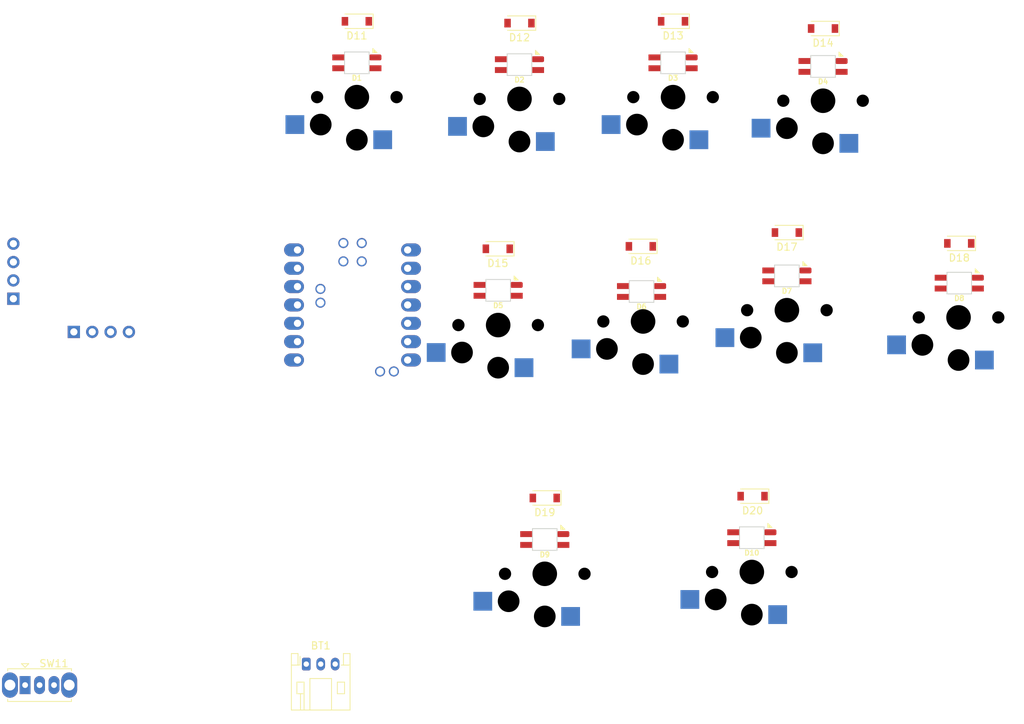
<source format=kicad_pcb>
(kicad_pcb (version 20211014) (generator pcbnew)
  (layers (0 "F.Cu" signal) (31 "B.Cu" signal) (34 "B.Paste" user) (35 "F.Paste" user) (36 "B.SilkS" user "B.Silkscreen") (37 "F.SilkS" user "F.Silkscreen") (38 "B.Mask" user) (39 "F.Mask" user) (44 "Edge.Cuts" user))
  (net 0 "")
  (net 8 "GND")
  (net 9 "+BATT")
  (net 10 "Net-(D2-Pad3)")
  (net 11 "+5V")
  (net 12 "Net-(D3-Pad3)")
  (net 13 "Net-(D4-Pad3)")
  (net 14 "Net-(D5-Pad3)")
  (net 15 "Net-(D5-Pad1)")
  (net 16 "Net-(D6-Pad1)")
  (net 17 "Net-(D8-Pad3)")
  (net 18 "Net-(D9-Pad3)")
  (net 19 "Net-(D10-Pad3)")
  (net 20 "+3V3")
  (net 21 "/B+")
  (net 22 "/LED_IN")
  (net 23 "/LED_OUT")
  (net 24 "R1")
  (net 25 "Net-(SW1-Pad1)")
  (net 26 "Net-(D12-Pad2)")
  (net 27 "Net-(D13-Pad2)")
  (net 28 "Net-(SW4-Pad1)")
  (net 29 "R2")
  (net 30 "Net-(D15-Pad2)")
  (net 31 "Net-(D16-Pad2)")
  (net 32 "Net-(D17-Pad2)")
  (net 33 "Net-(D18-Pad2)")
  (net 34 "R3")
  (net 35 "Net-(D19-Pad2)")
  (net 36 "Net-(D20-Pad2)")
  (net 37 "/SCL")
  (net 38 "/SDA")
  (net 39 "C1")
  (net 40 "C2")
  (net 41 "C3")
  (net 42 "C4")
  (footprint "Button_Switch_THT:SW_Slide_1P2T_CK_OS102011MS2Q" (layer "F.Cu") (at 78.85 117.655)
    (fp_text reference "SW11" (at 3.99 -2.99) (layer "F.SilkS"))
    (fp_text value "SW_SPDT")
    (fp_line (start 6.41 2.26) (end -2.41 2.26) (layer "F.SilkS") (width 0.12))
    (fp_line (start -2.41 -1.95) (end -2.41 -2.26) (layer "F.SilkS") (width 0.12))
    (fp_line (start 0 -2.46) (end 0.5 -2.96) (layer "F.SilkS") (width 0.12))
    (fp_line (start -2.41 -2.26) (end 6.41 -2.26) (layer "F.SilkS") (width 0.12))
    (fp_line (start -0.5 -2.96) (end 0 -2.46) (layer "F.SilkS") (width 0.12))
    (fp_line (start 0.5 -2.96) (end -0.5 -2.96) (layer "F.SilkS") (width 0.12))
    (fp_line (start 6.41 2.26) (end 6.41 1.95) (layer "F.SilkS") (width 0.12))
    (fp_line (start 6.41 -2.26) (end 6.41 -1.95) (layer "F.SilkS") (width 0.12))
    (fp_line (start -2.41 2.26) (end -2.41 1.95) (layer "F.SilkS") (width 0.12))
    (pad "" thru_hole oval (at -2.1 0) (size 2.2 3.5) (drill 1.5) (layers *.Cu *.Mask))
    (pad "" thru_hole oval (at 6.1 0) (size 2.2 3.5) (drill 1.5) (layers *.Cu *.Mask))
    (pad "1" thru_hole rect (at 0 0) (size 1.5 2.5) (drill 0.8) (layers *.Cu *.Mask))
    (pad "2" thru_hole oval (at 2 0) (size 1.5 2.5) (drill 0.8) (layers *.Cu *.Mask) (net 21 "/B+"))
    (pad "3" thru_hole oval (at 4 0) (size 1.5 2.5) (drill 0.8) (layers *.Cu *.Mask) (net 9 "+BATT"))
  )
  (footprint "mcu:xiao-ble-tht" (layer "F.Cu") (at 124.155 65.024813)
    (fp_text reference "U1" hide)
    (fp_text value "xiao-ble" hide)
    (pad "1" thru_hole oval (at -7.62 -7.62) (size 2.75 1.8) (drill 1 (offset -0.475 0)) (layers *.Cu *.Mask) (net 39 "C1"))
    (pad "2" thru_hole oval (at -7.62 -5.08) (size 2.75 1.8) (drill 1 (offset -0.475 0)) (layers *.Cu *.Mask) (net 40 "C2"))
    (pad "3" thru_hole oval (at -7.62 -2.54) (size 2.75 1.8) (drill 1 (offset -0.475 0)) (layers *.Cu *.Mask) (net 41 "C3"))
    (pad "4" thru_hole oval (at -7.62 0) (size 2.75 1.8) (drill 1 (offset -0.475 0)) (layers *.Cu *.Mask) (net 42 "C4"))
    (pad "5" thru_hole oval (at -7.62 2.54) (size 2.75 1.8) (drill 1 (offset -0.475 0)) (layers *.Cu *.Mask) (net 38 "/SDA"))
    (pad "6" thru_hole oval (at -7.62 5.08) (size 2.75 1.8) (drill 1 (offset -0.475 0)) (layers *.Cu *.Mask) (net 37 "/SCL"))
    (pad "7" thru_hole oval (at -7.62 7.62) (size 2.75 1.8) (drill 1 (offset -0.475 0)) (layers *.Cu *.Mask) (net 22 "/LED_IN"))
    (pad "8" thru_hole oval (at 7.62 7.62 180) (size 2.75 1.8) (drill 1 (offset -0.475 0)) (layers *.Cu *.Mask) (net 24 "R1"))
    (pad "9" thru_hole oval (at 7.62 5.08 180) (size 2.75 1.8) (drill 1 (offset -0.475 0)) (layers *.Cu *.Mask) (net 29 "R2"))
    (pad "10" thru_hole oval (at 7.62 2.54 180) (size 2.75 1.8) (drill 1 (offset -0.475 0)) (layers *.Cu *.Mask) (net 34 "R3"))
    (pad "11" thru_hole oval (at 7.62 0 180) (size 2.75 1.8) (drill 1 (offset -0.475 0)) (layers *.Cu *.Mask))
    (pad "12" thru_hole oval (at 7.62 -2.54 180) (size 2.75 1.8) (drill 1 (offset -0.475 0)) (layers *.Cu *.Mask) (net 20 "+3V3"))
    (pad "13" thru_hole oval (at 7.62 -5.08 180) (size 2.75 1.8) (drill 1 (offset -0.475 0)) (layers *.Cu *.Mask) (net 8 "GND"))
    (pad "14" thru_hole oval (at 7.62 -7.62 180) (size 2.75 1.8) (drill 1 (offset -0.475 0)) (layers *.Cu *.Mask) (net 11 "+5V"))
    (pad "15" thru_hole circle (at -1.27 -8.572 90) (size 1.397 1.397) (drill 1.016) (layers *.Cu *.Mask))
    (pad "16" thru_hole circle (at 1.27 -8.572 90) (size 1.397 1.397) (drill 1.016) (layers *.Cu *.Mask))
    (pad "17" thru_hole circle (at -1.27 -6.032 90) (size 1.397 1.397) (drill 1.016) (layers *.Cu *.Mask))
    (pad "18" thru_hole circle (at 1.27 -6.032 90) (size 1.397 1.397) (drill 1.016) (layers *.Cu *.Mask) (net 8 "GND"))
    (pad "19" thru_hole circle (at -4.445 -0.317 180) (size 1.397 1.397) (drill 1.016) (layers *.Cu *.Mask) (net 9 "+BATT"))
    (pad "20" thru_hole circle (at -4.445 -2.222 180) (size 1.397 1.397) (drill 1.016) (layers *.Cu *.Mask) (net 8 "GND"))
    (pad "21" thru_hole circle (at 3.81 9.208 180) (size 1.397 1.397) (drill 1.016) (layers *.Cu *.Mask))
    (pad "22" thru_hole circle (at 5.715 9.208 180) (size 1.397 1.397) (drill 1.016) (layers *.Cu *.Mask))
  )
  (footprint "Keebio-Parts:SK6812-MINI-E" (layer "F.Cu") (at 184.25 61)
    (fp_text reference "D7" (at 0 2.1 unlocked) (layer "F.SilkS") (effects (font (size 0.7 0.7))))
    (fp_text value "SK6812MINI" hide)
    (fp_poly (pts (xy 2.8 -1.4) (xy 2.2 -1.4) (xy 2.2 -2)) (layer "F.SilkS") (width 0.1) (fill solid))
    (fp_line (start 1.7 1.5) (end -1.7 1.5) (layer "Edge.Cuts") (width 0.12))
    (fp_line (start -1.7 1.5) (end -1.7 -1.5) (layer "Edge.Cuts") (width 0.12))
    (fp_line (start -1.7 -1.5) (end 1.7 -1.5) (layer "Edge.Cuts") (width 0.12))
    (fp_line (start 1.7 -1.5) (end 1.7 1.5) (layer "Edge.Cuts") (width 0.12))
    (pad "1" smd rect locked (at -2.55 0.75) (size 1.7 0.82) (layers "F.Cu" "F.Paste" "F.Mask") (net 17 "Net-(D8-Pad3)"))
    (pad "2" smd rect locked (at -2.55 -0.75) (size 1.7 0.82) (layers "F.Cu" "F.Paste" "F.Mask") (net 8 "GND"))
    (pad "3" smd roundrect locked (at 2.55 -0.75) (size 1.7 0.82) (layers "F.Cu" "F.Paste" "F.Mask") (net 16 "Net-(D6-Pad1)"))
    (pad "4" smd rect locked (at 2.55 0.75) (size 1.7 0.82) (layers "F.Cu" "F.Paste" "F.Mask") (net 11 "+5V"))
  )
  (footprint "Diode_SMD:D_SOD-123" (layer "F.Cu") (at 144.25 57.25 180)
    (fp_text reference "D15" (at 0 -2) (layer "F.SilkS"))
    (fp_text value "1N4148W")
    (fp_line (start -2.25 -1) (end 1.65 -1) (layer "F.SilkS") (width 0.12))
    (fp_line (start -2.25 1) (end 1.65 1) (layer "F.SilkS") (width 0.12))
    (fp_line (start -2.25 -1) (end -2.25 1) (layer "F.SilkS") (width 0.12))
    (pad "1" smd rect (at -1.65 0 180) (size 0.9 1.2) (layers "F.Cu" "F.Paste" "F.Mask") (net 29 "R2"))
    (pad "2" smd rect (at 1.65 0 180) (size 0.9 1.2) (layers "F.Cu" "F.Paste" "F.Mask") (net 30 "Net-(D15-Pad2)"))
  )
  (footprint "pg1350:pg1350-H" (layer "F.Cu") (at 164.35 67.31 180)
    (fp_text reference "SW6" hide)
    (fp_text value "SW_Push")
    (pad "" np_thru_hole circle locked (at 0 -5.9 180) (size 3 3) (drill 3) (layers *.Mask))
    (pad "" np_thru_hole circle locked (at 0 0 180) (size 3.4 3.4) (drill 3.4) (layers *.Mask))
    (pad "" np_thru_hole circle locked (at 5.5 0 180) (size 1.7 1.7) (drill 1.7) (layers *.Mask))
    (pad "" np_thru_hole circle locked (at 5 -3.8 180) (size 3 3) (drill 3) (layers *.Mask))
    (pad "" np_thru_hole circle locked (at -5.5 0 180) (size 1.7 1.7) (drill 1.7) (layers *.Mask))
    (pad "1" smd rect locked (at -3.575 -5.9 180) (size 2.6 2.6) (layers "B.Cu" "B.Mask") (net 31 "Net-(D16-Pad2)"))
    (pad "2" smd rect locked (at 8.575 -3.8 180) (size 2.6 2.6) (layers "B.Cu" "B.Mask") (net 40 "C2"))
  )
  (footprint "Keebio-Parts:SK6812-MINI-E" (layer "F.Cu") (at 189.25 32)
    (fp_text reference "D4" (at 0 2.1 unlocked) (layer "F.SilkS") (effects (font (size 0.7 0.7))))
    (fp_text value "SK6812MINI" hide)
    (fp_poly (pts (xy 2.8 -1.4) (xy 2.2 -1.4) (xy 2.2 -2)) (layer "F.SilkS") (width 0.1) (fill solid))
    (fp_line (start 1.7 -1.5) (end 1.7 1.5) (layer "Edge.Cuts") (width 0.12))
    (fp_line (start -1.7 1.5) (end -1.7 -1.5) (layer "Edge.Cuts") (width 0.12))
    (fp_line (start -1.7 -1.5) (end 1.7 -1.5) (layer "Edge.Cuts") (width 0.12))
    (fp_line (start 1.7 1.5) (end -1.7 1.5) (layer "Edge.Cuts") (width 0.12))
    (pad "1" smd rect locked (at -2.55 0.75) (size 1.7 0.82) (layers "F.Cu" "F.Paste" "F.Mask") (net 14 "Net-(D5-Pad3)"))
    (pad "2" smd rect locked (at -2.55 -0.75) (size 1.7 0.82) (layers "F.Cu" "F.Paste" "F.Mask") (net 8 "GND"))
    (pad "3" smd roundrect locked (at 2.55 -0.75) (size 1.7 0.82) (layers "F.Cu" "F.Paste" "F.Mask") (net 13 "Net-(D4-Pad3)"))
    (pad "4" smd rect locked (at 2.55 0.75) (size 1.7 0.82) (layers "F.Cu" "F.Paste" "F.Mask") (net 11 "+5V"))
  )
  (footprint "Keebio-Parts:SK6812-MINI-E" (layer "F.Cu") (at 179.4 97.25)
    (fp_text reference "D10" (at 0 2.1 unlocked) (layer "F.SilkS") (effects (font (size 0.7 0.7))))
    (fp_text value "SK6812MINI" hide)
    (fp_poly (pts (xy 2.8 -1.4) (xy 2.2 -1.4) (xy 2.2 -2)) (layer "F.SilkS") (width 0.1) (fill solid))
    (fp_line (start -1.7 -1.5) (end 1.7 -1.5) (layer "Edge.Cuts") (width 0.12))
    (fp_line (start -1.7 1.5) (end -1.7 -1.5) (layer "Edge.Cuts") (width 0.12))
    (fp_line (start 1.7 -1.5) (end 1.7 1.5) (layer "Edge.Cuts") (width 0.12))
    (fp_line (start 1.7 1.5) (end -1.7 1.5) (layer "Edge.Cuts") (width 0.12))
    (pad "1" smd rect locked (at -2.55 0.75) (size 1.7 0.82) (layers "F.Cu" "F.Paste" "F.Mask") (net 23 "/LED_OUT"))
    (pad "2" smd rect locked (at -2.55 -0.75) (size 1.7 0.82) (layers "F.Cu" "F.Paste" "F.Mask") (net 8 "GND"))
    (pad "3" smd roundrect locked (at 2.55 -0.75) (size 1.7 0.82) (layers "F.Cu" "F.Paste" "F.Mask") (net 19 "Net-(D10-Pad3)"))
    (pad "4" smd rect locked (at 2.55 0.75) (size 1.7 0.82) (layers "F.Cu" "F.Paste" "F.Mask") (net 11 "+5V"))
  )
  (footprint "Diode_SMD:D_SOD-123" (layer "F.Cu") (at 208.1 56.5 180)
    (fp_text reference "D18" (at 0 -2) (layer "F.SilkS"))
    (fp_text value "1N4148W")
    (fp_line (start -2.25 1) (end 1.65 1) (layer "F.SilkS") (width 0.12))
    (fp_line (start -2.25 -1) (end 1.65 -1) (layer "F.SilkS") (width 0.12))
    (fp_line (start -2.25 -1) (end -2.25 1) (layer "F.SilkS") (width 0.12))
    (pad "1" smd rect (at -1.65 0 180) (size 0.9 1.2) (layers "F.Cu" "F.Paste" "F.Mask") (net 29 "R2"))
    (pad "2" smd rect (at 1.65 0 180) (size 0.9 1.2) (layers "F.Cu" "F.Paste" "F.Mask") (net 33 "Net-(D18-Pad2)"))
  )
  (footprint "pg1350:pg1350-H" (layer "F.Cu") (at 124.75 36.25 180)
    (fp_text reference "SW1" hide)
    (fp_text value "SW_Push")
    (pad "" np_thru_hole circle locked (at 0 -5.9 180) (size 3 3) (drill 3) (layers *.Mask))
    (pad "" np_thru_hole circle locked (at 5.5 0 180) (size 1.7 1.7) (drill 1.7) (layers *.Mask))
    (pad "" np_thru_hole circle locked (at 5 -3.8 180) (size 3 3) (drill 3) (layers *.Mask))
    (pad "" np_thru_hole circle locked (at 0 0 180) (size 3.4 3.4) (drill 3.4) (layers *.Mask))
    (pad "" np_thru_hole circle locked (at -5.5 0 180) (size 1.7 1.7) (drill 1.7) (layers *.Mask))
    (pad "1" smd rect locked (at -3.575 -5.9 180) (size 2.6 2.6) (layers "B.Cu" "B.Mask") (net 25 "Net-(SW1-Pad1)"))
    (pad "2" smd rect locked (at 8.575 -3.8 180) (size 2.6 2.6) (layers "B.Cu" "B.Mask") (net 39 "C1"))
  )
  (footprint "Diode_SMD:D_SOD-123" (layer "F.Cu") (at 168.5 25.75 180)
    (fp_text reference "D13" (at 0 -2) (layer "F.SilkS"))
    (fp_text value "1N4148W")
    (fp_line (start -2.25 -1) (end 1.65 -1) (layer "F.SilkS") (width 0.12))
    (fp_line (start -2.25 -1) (end -2.25 1) (layer "F.SilkS") (width 0.12))
    (fp_line (start -2.25 1) (end 1.65 1) (layer "F.SilkS") (width 0.12))
    (pad "1" smd rect (at -1.65 0 180) (size 0.9 1.2) (layers "F.Cu" "F.Paste" "F.Mask") (net 24 "R1"))
    (pad "2" smd rect (at 1.65 0 180) (size 0.9 1.2) (layers "F.Cu" "F.Paste" "F.Mask") (net 27 "Net-(D13-Pad2)"))
  )
  (footprint "Keebio-Parts:SK6812-MINI-E" (layer "F.Cu") (at 150.75 97.5)
    (fp_text reference "D9" (at 0 2.1 unlocked) (layer "F.SilkS") (effects (font (size 0.7 0.7))))
    (fp_text value "SK6812MINI" hide)
    (fp_poly (pts (xy 2.8 -1.4) (xy 2.2 -1.4) (xy 2.2 -2)) (layer "F.SilkS") (width 0.1) (fill solid))
    (fp_line (start -1.7 -1.5) (end 1.7 -1.5) (layer "Edge.Cuts") (width 0.12))
    (fp_line (start 1.7 -1.5) (end 1.7 1.5) (layer "Edge.Cuts") (width 0.12))
    (fp_line (start -1.7 1.5) (end -1.7 -1.5) (layer "Edge.Cuts") (width 0.12))
    (fp_line (start 1.7 1.5) (end -1.7 1.5) (layer "Edge.Cuts") (width 0.12))
    (pad "1" smd rect locked (at -2.55 0.75) (size 1.7 0.82) (layers "F.Cu" "F.Paste" "F.Mask") (net 19 "Net-(D10-Pad3)"))
    (pad "2" smd rect locked (at -2.55 -0.75) (size 1.7 0.82) (layers "F.Cu" "F.Paste" "F.Mask") (net 8 "GND"))
    (pad "3" smd roundrect locked (at 2.55 -0.75) (size 1.7 0.82) (layers "F.Cu" "F.Paste" "F.Mask") (net 18 "Net-(D9-Pad3)"))
    (pad "4" smd rect locked (at 2.55 0.75) (size 1.7 0.82) (layers "F.Cu" "F.Paste" "F.Mask") (net 11 "+5V"))
  )
  (footprint "Diode_SMD:D_SOD-123" (layer "F.Cu") (at 147.25 26 180)
    (fp_text reference "D12" (at 0 -2) (layer "F.SilkS"))
    (fp_text value "1N4148W")
    (fp_line (start -2.25 -1) (end 1.65 -1) (layer "F.SilkS") (width 0.12))
    (fp_line (start -2.25 -1) (end -2.25 1) (layer "F.SilkS") (width 0.12))
    (fp_line (start -2.25 1) (end 1.65 1) (layer "F.SilkS") (width 0.12))
    (pad "1" smd rect (at -1.65 0 180) (size 0.9 1.2) (layers "F.Cu" "F.Paste" "F.Mask") (net 24 "R1"))
    (pad "2" smd rect (at 1.65 0 180) (size 0.9 1.2) (layers "F.Cu" "F.Paste" "F.Mask") (net 26 "Net-(D12-Pad2)"))
  )
  (footprint "pg1350:pg1350-H" (layer "F.Cu") (at 189.25 36.75 180)
    (fp_text reference "SW4" hide)
    (fp_text value "SW_Push")
    (pad "" np_thru_hole circle locked (at 5.5 0 180) (size 1.7 1.7) (drill 1.7) (layers *.Mask))
    (pad "" np_thru_hole circle locked (at 0 -5.9 180) (size 3 3) (drill 3) (layers *.Mask))
    (pad "" np_thru_hole circle locked (at 5 -3.8 180) (size 3 3) (drill 3) (layers *.Mask))
    (pad "" np_thru_hole circle locked (at 0 0 180) (size 3.4 3.4) (drill 3.4) (layers *.Mask))
    (pad "" np_thru_hole circle locked (at -5.5 0 180) (size 1.7 1.7) (drill 1.7) (layers *.Mask))
    (pad "1" smd rect locked (at -3.575 -5.9 180) (size 2.6 2.6) (layers "B.Cu" "B.Mask") (net 28 "Net-(SW4-Pad1)"))
    (pad "2" smd rect locked (at 8.575 -3.8 180) (size 2.6 2.6) (layers "B.Cu" "B.Mask") (net 42 "C4"))
  )
  (footprint "Diode_SMD:D_SOD-123" (layer "F.Cu") (at 189.25 26.75 180)
    (fp_text reference "D14" (at 0 -2) (layer "F.SilkS"))
    (fp_text value "1N4148W")
    (fp_line (start -2.25 -1) (end -2.25 1) (layer "F.SilkS") (width 0.12))
    (fp_line (start -2.25 1) (end 1.65 1) (layer "F.SilkS") (width 0.12))
    (fp_line (start -2.25 -1) (end 1.65 -1) (layer "F.SilkS") (width 0.12))
    (pad "1" smd rect (at -1.65 0 180) (size 0.9 1.2) (layers "F.Cu" "F.Paste" "F.Mask") (net 24 "R1"))
    (pad "2" smd rect (at 1.65 0 180) (size 0.9 1.2) (layers "F.Cu" "F.Paste" "F.Mask") (net 28 "Net-(SW4-Pad1)"))
  )
  (footprint "pg1350:pg1350-H" (layer "F.Cu") (at 179.4 102 180)
    (fp_text reference "SW10" hide)
    (fp_text value "SW_Push")
    (pad "" np_thru_hole circle locked (at -5.5 0 180) (size 1.7 1.7) (drill 1.7) (layers *.Mask))
    (pad "" np_thru_hole circle locked (at 5.5 0 180) (size 1.7 1.7) (drill 1.7) (layers *.Mask))
    (pad "" np_thru_hole circle locked (at 0 -5.9 180) (size 3 3) (drill 3) (layers *.Mask))
    (pad "" np_thru_hole circle locked (at 5 -3.8 180) (size 3 3) (drill 3) (layers *.Mask))
    (pad "" np_thru_hole circle locked (at 0 0 180) (size 3.4 3.4) (drill 3.4) (layers *.Mask))
    (pad "1" smd rect locked (at -3.575 -5.9 180) (size 2.6 2.6) (layers "B.Cu" "B.Mask") (net 36 "Net-(D20-Pad2)"))
    (pad "2" smd rect locked (at 8.575 -3.8 180) (size 2.6 2.6) (layers "B.Cu" "B.Mask") (net 40 "C2"))
  )
  (footprint "Keebio-Parts:SK6812-MINI-E" (layer "F.Cu") (at 164.14 63.16)
    (fp_text reference "D6" (at 0 2.1 unlocked) (layer "F.SilkS") (effects (font (size 0.7 0.7))))
    (fp_text value "SK6812MINI" hide)
    (fp_poly (pts (xy 2.8 -1.4) (xy 2.2 -1.4) (xy 2.2 -2)) (layer "F.SilkS") (width 0.1) (fill solid))
    (fp_line (start -1.7 1.5) (end -1.7 -1.5) (layer "Edge.Cuts") (width 0.12))
    (fp_line (start 1.7 -1.5) (end 1.7 1.5) (layer "Edge.Cuts") (width 0.12))
    (fp_line (start -1.7 -1.5) (end 1.7 -1.5) (layer "Edge.Cuts") (width 0.12))
    (fp_line (start 1.7 1.5) (end -1.7 1.5) (layer "Edge.Cuts") (width 0.12))
    (pad "1" smd rect locked (at -2.55 0.75) (size 1.7 0.82) (layers "F.Cu" "F.Paste" "F.Mask") (net 16 "Net-(D6-Pad1)"))
    (pad "2" smd rect locked (at -2.55 -0.75) (size 1.7 0.82) (layers "F.Cu" "F.Paste" "F.Mask") (net 8 "GND"))
    (pad "3" smd roundrect locked (at 2.55 -0.75) (size 1.7 0.82) (layers "F.Cu" "F.Paste" "F.Mask") (net 15 "Net-(D5-Pad1)"))
    (pad "4" smd rect locked (at 2.55 0.75) (size 1.7 0.82) (layers "F.Cu" "F.Paste" "F.Mask") (net 11 "+5V"))
  )
  (footprint "Keebio-Parts:SK6812-MINI-E" (layer "F.Cu") (at 147.25 31.75)
    (fp_text reference "D2" (at 0 2.1 unlocked) (layer "F.SilkS") (effects (font (size 0.7 0.7))))
    (fp_text value "SK6812MINI" hide)
    (fp_poly (pts (xy 2.8 -1.4) (xy 2.2 -1.4) (xy 2.2 -2)) (layer "F.SilkS") (width 0.1) (fill solid))
    (fp_line (start -1.7 -1.5) (end 1.7 -1.5) (layer "Edge.Cuts") (width 0.12))
    (fp_line (start 1.7 1.5) (end -1.7 1.5) (layer "Edge.Cuts") (width 0.12))
    (fp_line (start 1.7 -1.5) (end 1.7 1.5) (layer "Edge.Cuts") (width 0.12))
    (fp_line (start -1.7 1.5) (end -1.7 -1.5) (layer "Edge.Cuts") (width 0.12))
    (pad "1" smd rect locked (at -2.55 0.75) (size 1.7 0.82) (layers "F.Cu" "F.Paste" "F.Mask") (net 12 "Net-(D3-Pad3)"))
    (pad "2" smd rect locked (at -2.55 -0.75) (size 1.7 0.82) (layers "F.Cu" "F.Paste" "F.Mask") (net 8 "GND"))
    (pad "3" smd roundrect locked (at 2.55 -0.75) (size 1.7 0.82) (layers "F.Cu" "F.Paste" "F.Mask") (net 10 "Net-(D2-Pad3)"))
    (pad "4" smd rect locked (at 2.55 0.75) (size 1.7 0.82) (layers "F.Cu" "F.Paste" "F.Mask") (net 11 "+5V"))
  )
  (footprint "Diode_SMD:D_SOD-123" (layer "F.Cu") (at 124.75 25.75 180)
    (fp_text reference "D11" (at 0 -2) (layer "F.SilkS"))
    (fp_text value "1N4148W")
    (fp_line (start -2.25 -1) (end 1.65 -1) (layer "F.SilkS") (width 0.12))
    (fp_line (start -2.25 1) (end 1.65 1) (layer "F.SilkS") (width 0.12))
    (fp_line (start -2.25 -1) (end -2.25 1) (layer "F.SilkS") (width 0.12))
    (pad "1" smd rect (at -1.65 0 180) (size 0.9 1.2) (layers "F.Cu" "F.Paste" "F.Mask") (net 24 "R1"))
    (pad "2" smd rect (at 1.65 0 180) (size 0.9 1.2) (layers "F.Cu" "F.Paste" "F.Mask") (net 25 "Net-(SW1-Pad1)"))
  )
  (footprint "Diode_SMD:D_SOD-123" (layer "F.Cu") (at 179.5 91.5 180)
    (fp_text reference "D20" (at 0 -2) (layer "F.SilkS"))
    (fp_text value "1N4148W")
    (fp_line (start -2.25 1) (end 1.65 1) (layer "F.SilkS") (width 0.12))
    (fp_line (start -2.25 -1) (end -2.25 1) (layer "F.SilkS") (width 0.12))
    (fp_line (start -2.25 -1) (end 1.65 -1) (layer "F.SilkS") (width 0.12))
    (pad "1" smd rect (at -1.65 0 180) (size 0.9 1.2) (layers "F.Cu" "F.Paste" "F.Mask") (net 34 "R3"))
    (pad "2" smd rect (at 1.65 0 180) (size 0.9 1.2) (layers "F.Cu" "F.Paste" "F.Mask") (net 36 "Net-(D20-Pad2)"))
  )
  (footprint "pg1350:pg1350-H" (layer "F.Cu") (at 168.5 36.25 180)
    (fp_text reference "SW3" hide)
    (fp_text value "SW_Push")
    (pad "" np_thru_hole circle locked (at 0 0 180) (size 3.4 3.4) (drill 3.4) (layers *.Mask))
    (pad "" np_thru_hole circle locked (at 5.5 0 180) (size 1.7 1.7) (drill 1.7) (layers *.Mask))
    (pad "" np_thru_hole circle locked (at 5 -3.8 180) (size 3 3) (drill 3) (layers *.Mask))
    (pad "" np_thru_hole circle locked (at -5.5 0 180) (size 1.7 1.7) (drill 1.7) (layers *.Mask))
    (pad "" np_thru_hole circle locked (at 0 -5.9 180) (size 3 3) (drill 3) (layers *.Mask))
    (pad "1" smd rect locked (at -3.575 -5.9 180) (size 2.6 2.6) (layers "B.Cu" "B.Mask") (net 27 "Net-(D13-Pad2)"))
    (pad "2" smd rect locked (at 8.575 -3.8 180) (size 2.6 2.6) (layers "B.Cu" "B.Mask") (net 41 "C3"))
  )
  (footprint "Keebio-Parts:SK6812-MINI-E" (layer "F.Cu") (at 124.75 31.5)
    (fp_text reference "D1" (at 0 2.1 unlocked) (layer "F.SilkS") (effects (font (size 0.7 0.7))))
    (fp_text value "SK6812MINI" hide)
    (fp_poly (pts (xy 2.8 -1.4) (xy 2.2 -1.4) (xy 2.2 -2)) (layer "F.SilkS") (width 0.1) (fill solid))
    (fp_line (start 1.7 1.5) (end -1.7 1.5) (layer "Edge.Cuts") (width 0.12))
    (fp_line (start 1.7 -1.5) (end 1.7 1.5) (layer "Edge.Cuts") (width 0.12))
    (fp_line (start -1.7 -1.5) (end 1.7 -1.5) (layer "Edge.Cuts") (width 0.12))
    (fp_line (start -1.7 1.5) (end -1.7 -1.5) (layer "Edge.Cuts") (width 0.12))
    (pad "1" smd rect locked (at -2.55 0.75) (size 1.7 0.82) (layers "F.Cu" "F.Paste" "F.Mask") (net 10 "Net-(D2-Pad3)"))
    (pad "2" smd rect locked (at -2.55 -0.75) (size 1.7 0.82) (layers "F.Cu" "F.Paste" "F.Mask") (net 8 "GND"))
    (pad "3" smd roundrect locked (at 2.55 -0.75) (size 1.7 0.82) (layers "F.Cu" "F.Paste" "F.Mask") (net 22 "/LED_IN"))
    (pad "4" smd rect locked (at 2.55 0.75) (size 1.7 0.82) (layers "F.Cu" "F.Paste" "F.Mask") (net 11 "+5V"))
  )
  (footprint "pg1350:pg1350-H" (layer "F.Cu") (at 147.25 36.5 180)
    (fp_text reference "SW2" hide)
    (fp_text value "SW_Push")
    (pad "" np_thru_hole circle locked (at 5 -3.8 180) (size 3 3) (drill 3) (layers *.Mask))
    (pad "" np_thru_hole circle locked (at -5.5 0 180) (size 1.7 1.7) (drill 1.7) (layers *.Mask))
    (pad "" np_thru_hole circle locked (at 5.5 0 180) (size 1.7 1.7) (drill 1.7) (layers *.Mask))
    (pad "" np_thru_hole circle locked (at 0 -5.9 180) (size 3 3) (drill 3) (layers *.Mask))
    (pad "" np_thru_hole circle locked (at 0 0 180) (size 3.4 3.4) (drill 3.4) (layers *.Mask))
    (pad "1" smd rect locked (at -3.575 -5.9 180) (size 2.6 2.6) (layers "B.Cu" "B.Mask") (net 26 "Net-(D12-Pad2)"))
    (pad "2" smd rect locked (at 8.575 -3.8 180) (size 2.6 2.6) (layers "B.Cu" "B.Mask") (net 40 "C2"))
  )
  (footprint "Diode_SMD:D_SOD-123" (layer "F.Cu") (at 150.75 91.75 180)
    (fp_text reference "D19" (at 0 -2) (layer "F.SilkS"))
    (fp_text value "1N4148W")
    (fp_line (start -2.25 -1) (end -2.25 1) (layer "F.SilkS") (width 0.12))
    (fp_line (start -2.25 1) (end 1.65 1) (layer "F.SilkS") (width 0.12))
    (fp_line (start -2.25 -1) (end 1.65 -1) (layer "F.SilkS") (width 0.12))
    (pad "1" smd rect (at -1.65 0 180) (size 0.9 1.2) (layers "F.Cu" "F.Paste" "F.Mask") (net 34 "R3"))
    (pad "2" smd rect (at 1.65 0 180) (size 0.9 1.2) (layers "F.Cu" "F.Paste" "F.Mask") (net 35 "Net-(D19-Pad2)"))
  )
  (footprint "display:OLED-128x32-cutout" (layer "F.Cu") (at 75.625 54.365)
    (fp_text reference "J2" hide)
    (fp_text value "OLED-128x32")
    (pad "1" thru_hole rect (at 1.6 9.8 180) (size 1.7 1.7) (drill 1) (layers *.Cu *.Mask) (net 8 "GND"))
    (pad "2" thru_hole oval (at 1.6 7.26 180) (size 1.7 1.7) (drill 1) (layers *.Cu *.Mask) (net 11 "+5V"))
    (pad "3" thru_hole oval (at 1.6 4.72 180) (size 1.7 1.7) (drill 1) (layers *.Cu *.Mask) (net 37 "/SCL"))
    (pad "4" thru_hole oval (at 1.6 2.18 180) (size 1.7 1.7) (drill 1) (layers *.Cu *.Mask) (net 38 "/SDA"))
  )
  (footprint "Keebio-Parts:SK6812-MINI-E" (layer "F.Cu") (at 144.3 63)
    (fp_text reference "D5" (at 0 2.1 unlocked) (layer "F.SilkS") (effects (font (size 0.7 0.7))))
    (fp_text value "SK6812MINI" hide)
    (fp_poly (pts (xy 2.8 -1.4) (xy 2.2 -1.4) (xy 2.2 -2)) (layer "F.SilkS") (width 0.1) (fill solid))
    (fp_line (start -1.7 -1.5) (end 1.7 -1.5) (layer "Edge.Cuts") (width 0.12))
    (fp_line (start 1.7 1.5) (end -1.7 1.5) (layer "Edge.Cuts") (width 0.12))
    (fp_line (start -1.7 1.5) (end -1.7 -1.5) (layer "Edge.Cuts") (width 0.12))
    (fp_line (start 1.7 -1.5) (end 1.7 1.5) (layer "Edge.Cuts") (width 0.12))
    (pad "1" smd rect locked (at -2.55 0.75) (size 1.7 0.82) (layers "F.Cu" "F.Paste" "F.Mask") (net 15 "Net-(D5-Pad1)"))
    (pad "2" smd rect locked (at -2.55 -0.75) (size 1.7 0.82) (layers "F.Cu" "F.Paste" "F.Mask") (net 8 "GND"))
    (pad "3" smd roundrect locked (at 2.55 -0.75) (size 1.7 0.82) (layers "F.Cu" "F.Paste" "F.Mask") (net 14 "Net-(D5-Pad3)"))
    (pad "4" smd rect locked (at 2.55 0.75) (size 1.7 0.82) (layers "F.Cu" "F.Paste" "F.Mask") (net 11 "+5V"))
  )
  (footprint "pg1350:pg1350-H" (layer "F.Cu") (at 184.25 65.75 180)
    (fp_text reference "SW7" hide)
    (fp_text value "SW_Push")
    (pad "" np_thru_hole circle locked (at 5 -3.8 180) (size 3 3) (drill 3) (layers *.Mask))
    (pad "" np_thru_hole circle locked (at 0 0 180) (size 3.4 3.4) (drill 3.4) (layers *.Mask))
    (pad "" np_thru_hole circle locked (at -5.5 0 180) (size 1.7 1.7) (drill 1.7) (layers *.Mask))
    (pad "" np_thru_hole circle locked (at 0 -5.9 180) (size 3 3) (drill 3) (layers *.Mask))
    (pad "" np_thru_hole circle locked (at 5.5 0 180) (size 1.7 1.7) (drill 1.7) (layers *.Mask))
    (pad "1" smd rect locked (at -3.575 -5.9 180) (size 2.6 2.6) (layers "B.Cu" "B.Mask") (net 32 "Net-(D17-Pad2)"))
    (pad "2" smd rect locked (at 8.575 -3.8 180) (size 2.6 2.6) (layers "B.Cu" "B.Mask") (net 41 "C3"))
  )
  (footprint "Keebio-Parts:SK6812-MINI-E" (layer "F.Cu") (at 208.1 62)
    (fp_text reference "D8" (at 0 2.1 unlocked) (layer "F.SilkS") (effects (font (size 0.7 0.7))))
    (fp_text value "SK6812MINI" hide)
    (fp_poly (pts (xy 2.8 -1.4) (xy 2.2 -1.4) (xy 2.2 -2)) (layer "F.SilkS") (width 0.1) (fill solid))
    (fp_line (start 1.7 -1.5) (end 1.7 1.5) (layer "Edge.Cuts") (width 0.12))
    (fp_line (start -1.7 -1.5) (end 1.7 -1.5) (layer "Edge.Cuts") (width 0.12))
    (fp_line (start -1.7 1.5) (end -1.7 -1.5) (layer "Edge.Cuts") (width 0.12))
    (fp_line (start 1.7 1.5) (end -1.7 1.5) (layer "Edge.Cuts") (width 0.12))
    (pad "1" smd rect locked (at -2.55 0.75) (size 1.7 0.82) (layers "F.Cu" "F.Paste" "F.Mask") (net 18 "Net-(D9-Pad3)"))
    (pad "2" smd rect locked (at -2.55 -0.75) (size 1.7 0.82) (layers "F.Cu" "F.Paste" "F.Mask") (net 8 "GND"))
    (pad "3" smd roundrect locked (at 2.55 -0.75) (size 1.7 0.82) (layers "F.Cu" "F.Paste" "F.Mask") (net 17 "Net-(D8-Pad3)"))
    (pad "4" smd rect locked (at 2.55 0.75) (size 1.7 0.82) (layers "F.Cu" "F.Paste" "F.Mask") (net 11 "+5V"))
  )
  (footprint "Keebio-Parts:SK6812-MINI-E" (layer "F.Cu") (at 168.5 31.5)
    (fp_text reference "D3" (at 0 2.1 unlocked) (layer "F.SilkS") (effects (font (size 0.7 0.7))))
    (fp_text value "SK6812MINI" hide)
    (fp_poly (pts (xy 2.8 -1.4) (xy 2.2 -1.4) (xy 2.2 -2)) (layer "F.SilkS") (width 0.1) (fill solid))
    (fp_line (start -1.7 -1.5) (end 1.7 -1.5) (layer "Edge.Cuts") (width 0.12))
    (fp_line (start 1.7 1.5) (end -1.7 1.5) (layer "Edge.Cuts") (width 0.12))
    (fp_line (start -1.7 1.5) (end -1.7 -1.5) (layer "Edge.Cuts") (width 0.12))
    (fp_line (start 1.7 -1.5) (end 1.7 1.5) (layer "Edge.Cuts") (width 0.12))
    (pad "1" smd rect locked (at -2.55 0.75) (size 1.7 0.82) (layers "F.Cu" "F.Paste" "F.Mask") (net 13 "Net-(D4-Pad3)"))
    (pad "2" smd rect locked (at -2.55 -0.75) (size 1.7 0.82) (layers "F.Cu" "F.Paste" "F.Mask") (net 8 "GND"))
    (pad "3" smd roundrect locked (at 2.55 -0.75) (size 1.7 0.82) (layers "F.Cu" "F.Paste" "F.Mask") (net 12 "Net-(D3-Pad3)"))
    (pad "4" smd rect locked (at 2.55 0.75) (size 1.7 0.82) (layers "F.Cu" "F.Paste" "F.Mask") (net 11 "+5V"))
  )
  (footprint "pg1350:pg1350-H" (layer "F.Cu") (at 144.3 67.81 180)
    (fp_text reference "SW5" hide)
    (fp_text value "SW_Push")
    (pad "" np_thru_hole circle locked (at 5 -3.8 180) (size 3 3) (drill 3) (layers *.Mask))
    (pad "" np_thru_hole circle locked (at 0 -5.9 180) (size 3 3) (drill 3) (layers *.Mask))
    (pad "" np_thru_hole circle locked (at 5.5 0 180) (size 1.7 1.7) (drill 1.7) (layers *.Mask))
    (pad "" np_thru_hole circle locked (at 0 0 180) (size 3.4 3.4) (drill 3.4) (layers *.Mask))
    (pad "" np_thru_hole circle locked (at -5.5 0 180) (size 1.7 1.7) (drill 1.7) (layers *.Mask))
    (pad "1" smd rect locked (at -3.575 -5.9 180) (size 2.6 2.6) (layers "B.Cu" "B.Mask") (net 30 "Net-(D15-Pad2)"))
    (pad "2" smd rect locked (at 8.575 -3.8 180) (size 2.6 2.6) (layers "B.Cu" "B.Mask") (net 39 "C1"))
  )
  (footprint "display:OLED-128x64" (layer "F.Cu") (at 89.405 68.755)
    (fp_text reference "J1" hide)
    (fp_text value "OLED-128x64")
    (pad "1" thru_hole rect (at -3.81 0 90) (size 1.7 1.7) (drill 1) (layers *.Cu *.Mask) (net 8 "GND"))
    (pad "2" thru_hole oval (at -1.27 0 90) (size 1.7 1.7) (drill 1) (layers *.Cu *.Mask) (net 11 "+5V"))
    (pad "3" thru_hole oval (at 1.27 0 90) (size 1.7 1.7) (drill 1) (layers *.Cu *.Mask) (net 37 "/SCL"))
    (pad "4" thru_hole oval (at 3.81 0 90) (size 1.7 1.7) (drill 1) (layers *.Cu *.Mask) (net 38 "/SDA"))
  )
  (footprint "Diode_SMD:D_SOD-123" (layer "F.Cu") (at 164.04 56.91 180)
    (fp_text reference "D16" (at 0 -2) (layer "F.SilkS"))
    (fp_text value "1N4148W")
    (fp_line (start -2.25 -1) (end 1.65 -1) (layer "F.SilkS") (width 0.12))
    (fp_line (start -2.25 -1) (end -2.25 1) (layer "F.SilkS") (width 0.12))
    (fp_line (start -2.25 1) (end 1.65 1) (layer "F.SilkS") (width 0.12))
    (pad "1" smd rect (at -1.65 0 180) (size 0.9 1.2) (layers "F.Cu" "F.Paste" "F.Mask") (net 29 "R2"))
    (pad "2" smd rect (at 1.65 0 180) (size 0.9 1.2) (layers "F.Cu" "F.Paste" "F.Mask") (net 31 "Net-(D16-Pad2)"))
  )
  (footprint "pg1350:pg1350-H" (layer "F.Cu") (at 150.75 102.25 180)
    (fp_text reference "SW9" hide)
    (fp_text value "SW_Push")
    (pad "" np_thru_hole circle locked (at 0 -5.9 180) (size 3 3) (drill 3) (layers *.Mask))
    (pad "" np_thru_hole circle locked (at 0 0 180) (size 3.4 3.4) (drill 3.4) (layers *.Mask))
    (pad "" np_thru_hole circle locked (at 5.5 0 180) (size 1.7 1.7) (drill 1.7) (layers *.Mask))
    (pad "" np_thru_hole circle locked (at 5 -3.8 180) (size 3 3) (drill 3) (layers *.Mask))
    (pad "" np_thru_hole circle locked (at -5.5 0 180) (size 1.7 1.7) (drill 1.7) (layers *.Mask))
    (pad "1" smd rect locked (at -3.575 -5.9 180) (size 2.6 2.6) (layers "B.Cu" "B.Mask") (net 35 "Net-(D19-Pad2)"))
    (pad "2" smd rect locked (at 8.575 -3.8 180) (size 2.6 2.6) (layers "B.Cu" "B.Mask") (net 39 "C1"))
  )
  (footprint "Diode_SMD:D_SOD-123" (layer "F.Cu") (at 184.25 55 180)
    (fp_text reference "D17" (at 0 -2) (layer "F.SilkS"))
    (fp_text value "1N4148W")
    (fp_line (start -2.25 -1) (end -2.25 1) (layer "F.SilkS") (width 0.12))
    (fp_line (start -2.25 -1) (end 1.65 -1) (layer "F.SilkS") (width 0.12))
    (fp_line (start -2.25 1) (end 1.65 1) (layer "F.SilkS") (width 0.12))
    (pad "1" smd rect (at -1.65 0 180) (size 0.9 1.2) (layers "F.Cu" "F.Paste" "F.Mask") (net 29 "R2"))
    (pad "2" smd rect (at 1.65 0 180) (size 0.9 1.2) (layers "F.Cu" "F.Paste" "F.Mask") (net 32 "Net-(D17-Pad2)"))
  )
  (footprint "pg1350:pg1350-H" (layer "F.Cu") (at 208 66.75 180)
    (fp_text reference "SW8" hide)
    (fp_text value "SW_Push")
    (pad "" np_thru_hole circle locked (at -5.5 0 180) (size 1.7 1.7) (drill 1.7) (layers *.Mask))
    (pad "" np_thru_hole circle locked (at 0 -5.9 180) (size 3 3) (drill 3) (layers *.Mask))
    (pad "" np_thru_hole circle locked (at 5 -3.8 180) (size 3 3) (drill 3) (layers *.Mask))
    (pad "" np_thru_hole circle locked (at 0 0 180) (size 3.4 3.4) (drill 3.4) (layers *.Mask))
    (pad "" np_thru_hole circle locked (at 5.5 0 180) (size 1.7 1.7) (drill 1.7) (layers *.Mask))
    (pad "1" smd rect locked (at -3.575 -5.9 180) (size 2.6 2.6) (layers "B.Cu" "B.Mask") (net 33 "Net-(D18-Pad2)"))
    (pad "2" smd rect locked (at 8.575 -3.8 180) (size 2.6 2.6) (layers "B.Cu" "B.Mask") (net 42 "C4"))
  )
  (footprint "Connector_JST:JST_PH_S3B-PH-K_1x03_P2.00mm_Horizontal" (layer "F.Cu") (at 117.75 114.75)
    (fp_text reference "BT1" (at 2 -2.55) (layer "F.SilkS"))
    (fp_text value "Battery")
    (fp_line (start 4.3 2.5) (end 5.3 2.5) (layer "F.SilkS") (width 0.12))
    (fp_line (start -0.3 2.5) (end -1.3 2.5) (layer "F.SilkS") (width 0.12))
    (fp_line (start -1.14 -1.46) (end -2.06 -1.46) (layer "F.SilkS") (width 0.12))
    (fp_line (start 3.5 2) (end 3.5 6.36) (layer "F.SilkS") (width 0.12))
    (fp_line (start 6.06 -1.46) (end 5.14 -1.46) (layer "F.SilkS") (width 0.12))
    (fp_line (start -0.86 0.14) (end -1.14 0.14) (layer "F.SilkS") (width 0.12))
    (fp_line (start 5.14 0.14) (end 4.86 0.14) (layer "F.SilkS") (width 0.12))
    (fp_line (start -0.8 4.1) (end -0.8 6.36) (layer "F.SilkS") (width 0.12))
    (fp_line (start -0.3 4.1) (end -0.3 2.5) (layer "F.SilkS") (width 0.12))
    (fp_line (start -2.06 -1.46) (end -2.06 6.36) (layer "F.SilkS") (width 0.12))
    (fp_line (start 0.5 2) (end 3.5 2) (layer "F.SilkS") (width 0.12))
    (fp_line (start -0.3 4.1) (end -0.3 6.36) (layer "F.SilkS") (width 0.12))
    (fp_line (start 0.5 6.36) (end 0.5 2) (layer "F.SilkS") (width 0.12))
    (fp_line (start -1.3 4.1) (end -0.3 4.1) (layer "F.SilkS") (width 0.12))
    (fp_line (start 5.14 -1.46) (end 5.14 0.14) (layer "F.SilkS") (width 0.12))
    (fp_line (start 5.3 2.5) (end 5.3 4.1) (layer "F.SilkS") (width 0.12))
    (fp_line (start 6.06 6.36) (end 6.06 -1.46) (layer "F.SilkS") (width 0.12))
    (fp_line (start -0.86 0.14) (end -0.86 -1.075) (layer "F.SilkS") (width 0.12))
    (fp_line (start -1.3 2.5) (end -1.3 4.1) (layer "F.SilkS") (width 0.12))
    (fp_line (start -2.06 0.14) (end -1.14 0.14) (layer "F.SilkS") (width 0.12))
    (fp_line (start 5.3 4.1) (end 4.3 4.1) (layer "F.SilkS") (width 0.12))
    (fp_line (start -2.06 6.36) (end 6.06 6.36) (layer "F.SilkS") (width 0.12))
    (fp_line (start 6.06 0.14) (end 5.14 0.14) (layer "F.SilkS") (width 0.12))
    (fp_line (start -1.14 0.14) (end -1.14 -1.46) (layer "F.SilkS") (width 0.12))
    (fp_line (start 4.3 4.1) (end 4.3 2.5) (layer "F.SilkS") (width 0.12))
    (pad "1" thru_hole roundrect (at 0 0) (size 1.2 1.75) (drill 0.75) (layers *.Cu *.Mask) (roundrect_rratio 0.208333) (net 8 "GND"))
    (pad "2" thru_hole oval (at 2 0) (size 1.2 1.75) (drill 0.75) (layers *.Cu *.Mask) (net 21 "/B+"))
    (pad "3" thru_hole oval (at 4 0) (size 1.2 1.75) (drill 0.75) (layers *.Cu *.Mask) (net 8 "GND"))
  )
)
</source>
